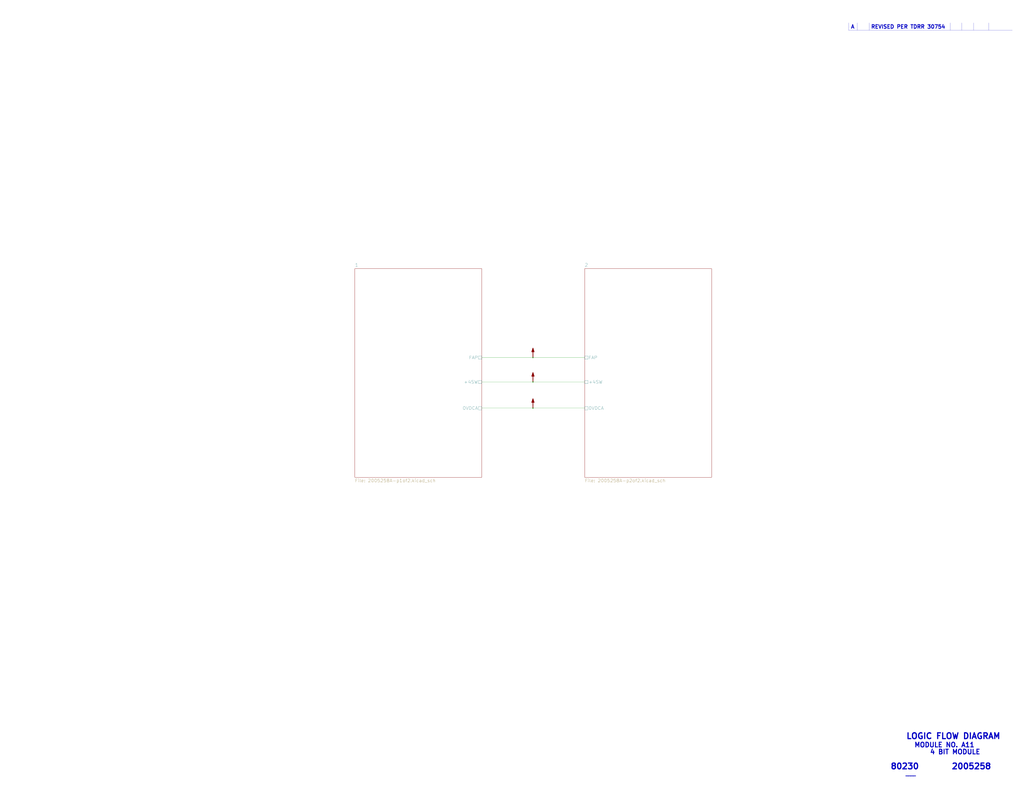
<source format=kicad_sch>
(kicad_sch (version 20211123) (generator eeschema)
  (paper "E")
  (lib_symbols
    (symbol "AGC_DSKY:PWR_FLAG" (power) (pin_numbers hide) (pin_names (offset 0) hide)
      (symbol "PWR_FLAG_0_0"
        (pin power_out line (at 0 0 90) (length 0) (name "pwr") (number "1"))
      )
      (symbol "PWR_FLAG_0_1"
        (polyline (pts (xy 0 0) (xy 0 10.16)) (stroke (width 0.762)))
        (polyline (pts (xy 0 10.16) (xy -1.27 6.35) (xy 1.27 6.35) (xy 0 10.16)) (stroke (width 0.762)) (fill (type outline)))
      )
    )
  )
  (junction (at 581.66 445.77))
  (junction (at 581.66 417.195))
  (junction (at 581.66 390.525))
  (polyline (pts (xy 1078.992 24.9682) (xy 1078.992 33.02)) (stroke (width 0.1524) (type solid)))
  (polyline (pts (xy 1062.5074 24.9682) (xy 1062.5074 33.02)) (stroke (width 0.1524) (type solid)))
  (wire (pts (xy 581.66 445.77) (xy 638.175 445.77)))
  (polyline (pts (xy 935.7106 24.9682) (xy 935.7106 33.02)) (stroke (width 0.1524) (type solid)))
  (polyline (pts (xy 1037.1074 24.9682) (xy 1037.1074 33.02)) (stroke (width 0.1524) (type solid)))
  (polyline (pts (xy 926.1094 24.9682) (xy 926.1094 33.02)) (stroke (width 0.1524) (type solid)))
  (wire (pts (xy 581.66 417.195) (xy 638.175 417.195)))
  (wire (pts (xy 525.78 445.77) (xy 581.66 445.77)))
  (wire (pts (xy 525.78 390.525) (xy 581.66 390.525)))
  (polyline (pts (xy 948.69 24.9428) (xy 948.69 32.9946)) (stroke (width 0.1524) (type solid)))
  (polyline (pts (xy 926.1094 33.02) (xy 1104.9 33.02)) (stroke (width 0.1524) (type solid)))
  (polyline (pts (xy 1049.8074 24.9682) (xy 1049.8074 33.02)) (stroke (width 0.1524) (type solid)))
  (wire (pts (xy 581.66 390.525) (xy 638.175 390.525)))
  (wire (pts (xy 525.78 417.195) (xy 581.66 417.195)))
  (text "2005258" (at 1038.225 840.74 0) (effects (font (size 6.35 6.35) (thickness 1.27) bold) (justify left bottom)))
  (text "MODULE NO. A11" (at 997.585 816.61 0) (effects (font (size 5.08 5.08) (thickness 1.016) bold) (justify left bottom)))
  (text "80230" (at 971.55 840.74 0) (effects (font (size 6.35 6.35) (thickness 1.27) bold) (justify left bottom)))
  (text "A      REVISED PER TDRR 30754" (at 928.37 31.75 0) (effects (font (size 4.064 4.064) (thickness 0.8128) bold) (justify left bottom)))
  (text "4 BIT MODULE" (at 1014.73 824.23 0) (effects (font (size 5.08 5.08) (thickness 1.016) bold) (justify left bottom)))
  (text "____" (at 988.06 847.725 0) (effects (font (size 3.556 3.556) (thickness 0.7112) bold) (justify left bottom)))
  (text "LOGIC FLOW DIAGRAM" (at 988.695 807.72 0) (effects (font (size 6.35 6.35) (thickness 1.27) bold) (justify left bottom)))
  (symbol (lib_id "AGC_DSKY:PWR_FLAG") (at 581.66 445.77 0) (unit 1)
    (property "Reference" "#FLG0103" (effects hide))
    (property "Value" "PWR_FLAG" (effects hide))
  )
  (symbol (lib_id "AGC_DSKY:PWR_FLAG") (at 581.66 417.195 0) (unit 1)
    (property "Reference" "#FLG0102" (effects hide))
    (property "Value" "PWR_FLAG" (effects hide))
  )
  (symbol (lib_id "AGC_DSKY:PWR_FLAG") (at 581.66 390.525 0) (unit 1)
    (property "Reference" "#FLG0101" (effects hide))
    (property "Value" "PWR_FLAG" (effects hide))
  )
  (sheet (at 387.35 293.37) (size 138.43 227.965)
    (property "Sheet name" "1" (at 387.35 291.5154 0) (effects (font (size 3.556 3.556)) (justify left bottom)))
    (property "Sheet file" "2005258A-p1of2.kicad_sch" (at 387.35 522.834 0) (effects (font (size 3.556 3.556)) (justify left top)))
    (pin "0VDCA" passive (at 525.78 445.77 0) (effects (font (size 3.556 3.556))))
    (pin "+4SW" passive (at 525.78 417.195 0) (effects (font (size 3.556 3.556))))
    (pin "FAP" passive (at 525.78 390.525 0) (effects (font (size 3.556 3.556))))
  )
  (sheet (at 638.175 293.37) (size 138.43 227.965)
    (property "Sheet name" "2" (at 638.175 291.5154 0) (effects (font (size 3.556 3.556)) (justify left bottom)))
    (property "Sheet file" "2005258A-p2of2.kicad_sch" (at 638.175 522.834 0) (effects (font (size 3.556 3.556)) (justify left top)))
    (pin "0VDCA" passive (at 638.175 445.77 180) (effects (font (size 3.556 3.556))))
    (pin "+4SW" passive (at 638.175 417.195 180) (effects (font (size 3.556 3.556))))
    (pin "FAP" passive (at 638.175 390.525 180) (effects (font (size 3.556 3.556))))
  )
)
</source>
